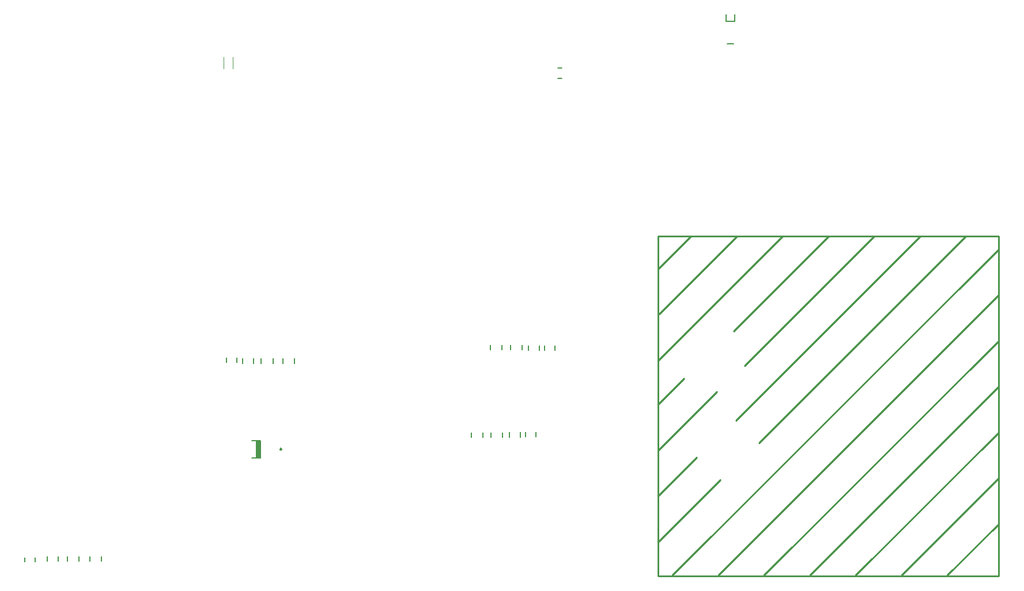
<source format=gbo>
G04*
G04 #@! TF.GenerationSoftware,Altium Limited,CircuitMaker,2.2.1 (2.2.1.6)*
G04*
G04 Layer_Color=13813960*
%FSLAX44Y44*%
%MOMM*%
G71*
G04*
G04 #@! TF.SameCoordinates,19C9E3CA-E082-4F8C-9F67-3D0F94DA41C6*
G04*
G04*
G04 #@! TF.FilePolarity,Positive*
G04*
G01*
G75*
%ADD10C,0.2000*%
%ADD11C,0.2500*%
%ADD12C,0.2540*%
%ADD20C,0.1000*%
%ADD21C,0.1270*%
%ADD24R,0.7778X2.6000*%
D10*
X1312070Y1208990D02*
X1322070D01*
X576810Y741220D02*
Y747220D01*
X591810Y741220D02*
Y747220D01*
X616440Y739450D02*
Y746450D01*
X600440Y739450D02*
Y746450D01*
X644880Y739450D02*
Y746450D01*
X627880Y739450D02*
Y746450D01*
X676630Y739450D02*
Y746450D01*
X659630Y739450D02*
Y746450D01*
X627030Y600110D02*
Y626110D01*
X613670Y600110D02*
X627030D01*
X627030Y626110D02*
X627030Y626110D01*
X613670Y626110D02*
X627030D01*
X329310Y448620D02*
Y455620D01*
X313310Y448620D02*
Y455620D01*
X360290Y448620D02*
Y455620D01*
X343290Y448620D02*
Y455620D01*
X280790Y447850D02*
Y453850D01*
X295790Y447850D02*
Y453850D01*
X393310Y448620D02*
Y455620D01*
X376310Y448620D02*
Y455620D01*
X981600Y759460D02*
Y766460D01*
X964600Y759460D02*
Y766460D01*
X1010810Y759460D02*
Y766460D01*
X993810Y759460D02*
Y766460D01*
X1036590Y758500D02*
Y765500D01*
X1020590Y758500D02*
Y765500D01*
X1043950Y759000D02*
Y765000D01*
X1058950Y759000D02*
Y765000D01*
X1063800Y1173610D02*
X1069800D01*
X1063800Y1158110D02*
X1069800D01*
X992640Y631190D02*
Y638190D01*
X1008640Y631190D02*
Y638190D01*
X1031000Y632000D02*
Y638000D01*
X1016000Y632000D02*
Y638000D01*
X965470Y630610D02*
Y637610D01*
X982470Y630610D02*
Y637610D01*
X936260Y630610D02*
Y637610D01*
X953260Y630610D02*
Y637610D01*
D11*
X657780Y613110D02*
G03*
X657780Y613110I-1250J0D01*
G01*
D12*
X1635440Y427530D02*
X1710370Y502460D01*
X1568130Y427530D02*
X1710370Y569770D01*
X1500820Y427530D02*
X1710370Y637080D01*
X1433510Y427530D02*
X1710370Y704390D01*
X1366200Y427530D02*
X1710370Y771700D01*
X1298890Y427530D02*
X1710370Y839010D01*
X1231580Y427530D02*
X1710370Y906320D01*
X1359215Y622475D02*
X1663380Y926640D01*
X1324925Y655495D02*
X1596070Y926640D01*
X1338260Y736140D02*
X1528760Y926640D01*
X1321750Y786940D02*
X1461450Y926640D01*
X1211260Y743760D02*
X1394140Y926640D01*
X1212530Y812340D02*
X1326830Y926640D01*
X1211260Y878380D02*
X1259520Y926640D01*
X1211260Y426680D02*
X1711260D01*
Y926680D01*
X1211260D02*
X1711260D01*
X1211260Y426680D02*
Y926680D01*
Y477060D02*
X1302065Y567865D01*
X1211895Y545005D02*
X1267775Y600885D01*
X1211260Y611680D02*
X1296985Y697405D01*
X1211260Y678990D02*
X1249360Y717090D01*
X1211260Y676680D02*
Y678990D01*
D20*
X572313Y1172355D02*
Y1189855D01*
X585927Y1172345D02*
Y1189845D01*
D21*
X1323240Y1242140D02*
Y1252140D01*
X1310740Y1242140D02*
X1323240D01*
X1310740D02*
Y1252140D01*
D24*
X622870Y613111D02*
D03*
M02*

</source>
